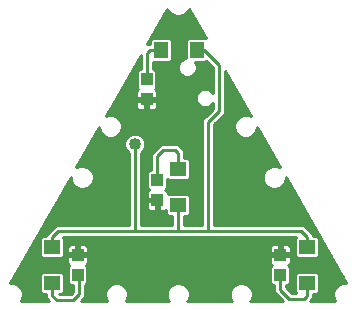
<source format=gtl>
G75*
%MOIN*%
%OFA0B0*%
%FSLAX25Y25*%
%IPPOS*%
%LPD*%
%AMOC8*
5,1,8,0,0,1.08239X$1,22.5*
%
%ADD10R,0.05512X0.04724*%
%ADD11R,0.04724X0.05512*%
%ADD12R,0.03937X0.04331*%
%ADD13C,0.01000*%
%ADD14C,0.04000*%
D10*
X0043161Y0043278D03*
X0043161Y0055089D03*
X0085161Y0069278D03*
X0085161Y0081089D03*
X0128161Y0055089D03*
X0128161Y0043278D03*
D11*
X0091317Y0120933D03*
X0079506Y0120933D03*
D12*
X0074661Y0111030D03*
X0074661Y0104337D03*
X0078161Y0077530D03*
X0078161Y0070837D03*
X0051661Y0052530D03*
X0051661Y0045837D03*
X0119161Y0045837D03*
X0119161Y0052530D03*
D13*
X0032883Y0037281D02*
X0032735Y0037133D01*
X0042133Y0037133D01*
X0041161Y0038105D01*
X0041161Y0039615D01*
X0039867Y0039615D01*
X0039105Y0040377D01*
X0039105Y0046178D01*
X0039867Y0046940D01*
X0046456Y0046940D01*
X0047217Y0046178D01*
X0047217Y0040377D01*
X0046456Y0039615D01*
X0045307Y0039615D01*
X0045490Y0039433D01*
X0049333Y0039433D01*
X0050161Y0040261D01*
X0050161Y0042371D01*
X0049154Y0042371D01*
X0048393Y0043133D01*
X0048393Y0048540D01*
X0048927Y0049074D01*
X0048772Y0049164D01*
X0048492Y0049443D01*
X0048295Y0049785D01*
X0048193Y0050167D01*
X0048193Y0052045D01*
X0051177Y0052045D01*
X0051177Y0053014D01*
X0051177Y0056195D01*
X0049495Y0056195D01*
X0049114Y0056093D01*
X0048772Y0055895D01*
X0048492Y0055616D01*
X0048295Y0055274D01*
X0048193Y0054892D01*
X0048193Y0053014D01*
X0051177Y0053014D01*
X0052145Y0053014D01*
X0052145Y0056195D01*
X0053827Y0056195D01*
X0054209Y0056093D01*
X0054551Y0055895D01*
X0054830Y0055616D01*
X0055028Y0055274D01*
X0055130Y0054892D01*
X0055130Y0053014D01*
X0052146Y0053014D01*
X0052146Y0052045D01*
X0055130Y0052045D01*
X0055130Y0050167D01*
X0055028Y0049785D01*
X0054830Y0049443D01*
X0054551Y0049164D01*
X0054396Y0049074D01*
X0054930Y0048540D01*
X0054930Y0043133D01*
X0054168Y0042371D01*
X0054161Y0042371D01*
X0054161Y0038605D01*
X0052990Y0037433D01*
X0052690Y0037133D01*
X0061587Y0037133D01*
X0061440Y0037281D01*
X0060861Y0038677D01*
X0060861Y0040189D01*
X0061440Y0041586D01*
X0062509Y0042655D01*
X0063905Y0043233D01*
X0065417Y0043233D01*
X0066814Y0042655D01*
X0067883Y0041586D01*
X0068461Y0040189D01*
X0068461Y0038677D01*
X0067883Y0037281D01*
X0067735Y0037133D01*
X0082087Y0037133D01*
X0081940Y0037281D01*
X0081361Y0038677D01*
X0081361Y0040189D01*
X0081940Y0041586D01*
X0083009Y0042655D01*
X0084405Y0043233D01*
X0085917Y0043233D01*
X0087314Y0042655D01*
X0088383Y0041586D01*
X0088961Y0040189D01*
X0088961Y0038677D01*
X0088383Y0037281D01*
X0088235Y0037133D01*
X0103087Y0037133D01*
X0102940Y0037281D01*
X0102361Y0038677D01*
X0102361Y0040189D01*
X0102940Y0041586D01*
X0104009Y0042655D01*
X0105405Y0043233D01*
X0106917Y0043233D01*
X0108314Y0042655D01*
X0109383Y0041586D01*
X0109961Y0040189D01*
X0109961Y0038677D01*
X0109383Y0037281D01*
X0109235Y0037133D01*
X0120133Y0037133D01*
X0118333Y0038933D01*
X0117161Y0040105D01*
X0117161Y0042371D01*
X0116654Y0042371D01*
X0115893Y0043133D01*
X0115893Y0048540D01*
X0116427Y0049074D01*
X0116272Y0049164D01*
X0115992Y0049443D01*
X0115795Y0049785D01*
X0115693Y0050167D01*
X0115693Y0052045D01*
X0118677Y0052045D01*
X0118677Y0053014D01*
X0118677Y0056195D01*
X0116995Y0056195D01*
X0116614Y0056093D01*
X0116272Y0055895D01*
X0115992Y0055616D01*
X0115795Y0055274D01*
X0115693Y0054892D01*
X0115693Y0053014D01*
X0118677Y0053014D01*
X0119645Y0053014D01*
X0119645Y0056195D01*
X0121327Y0056195D01*
X0121709Y0056093D01*
X0122051Y0055895D01*
X0122330Y0055616D01*
X0122528Y0055274D01*
X0122630Y0054892D01*
X0122630Y0053014D01*
X0119646Y0053014D01*
X0119646Y0052045D01*
X0122630Y0052045D01*
X0122630Y0050167D01*
X0122528Y0049785D01*
X0122330Y0049443D01*
X0122051Y0049164D01*
X0121896Y0049074D01*
X0122430Y0048540D01*
X0122430Y0043133D01*
X0121668Y0042371D01*
X0121161Y0042371D01*
X0121161Y0041761D01*
X0122990Y0039933D01*
X0124549Y0039933D01*
X0124105Y0040377D01*
X0124105Y0046178D01*
X0124867Y0046940D01*
X0131456Y0046940D01*
X0132217Y0046178D01*
X0132217Y0040377D01*
X0131456Y0039615D01*
X0130161Y0039615D01*
X0130161Y0038105D01*
X0129190Y0037133D01*
X0137587Y0037133D01*
X0137440Y0037281D01*
X0136861Y0038677D01*
X0136861Y0040189D01*
X0137440Y0041586D01*
X0138509Y0042655D01*
X0139905Y0043233D01*
X0141223Y0043233D01*
X0120961Y0078530D01*
X0120961Y0077677D01*
X0120383Y0076281D01*
X0119314Y0075212D01*
X0117917Y0074633D01*
X0116405Y0074633D01*
X0115009Y0075212D01*
X0113940Y0076281D01*
X0113361Y0077677D01*
X0113361Y0079189D01*
X0113940Y0080586D01*
X0115009Y0081655D01*
X0116405Y0082233D01*
X0117917Y0082233D01*
X0119122Y0081734D01*
X0111461Y0095079D01*
X0111461Y0094677D01*
X0110883Y0093281D01*
X0109814Y0092212D01*
X0108417Y0091633D01*
X0106905Y0091633D01*
X0105509Y0092212D01*
X0104440Y0093281D01*
X0103861Y0094677D01*
X0103861Y0096189D01*
X0104440Y0097586D01*
X0105509Y0098655D01*
X0106905Y0099233D01*
X0108417Y0099233D01*
X0109282Y0098875D01*
X0100661Y0113892D01*
X0100661Y0099605D01*
X0097161Y0096105D01*
X0097161Y0062433D01*
X0126990Y0062433D01*
X0128990Y0060433D01*
X0130161Y0059261D01*
X0130161Y0058751D01*
X0131456Y0058751D01*
X0132217Y0057989D01*
X0132217Y0052188D01*
X0131456Y0051426D01*
X0124867Y0051426D01*
X0124105Y0052188D01*
X0124105Y0057989D01*
X0124549Y0058433D01*
X0046773Y0058433D01*
X0047217Y0057989D01*
X0047217Y0052188D01*
X0046456Y0051426D01*
X0039867Y0051426D01*
X0039105Y0052188D01*
X0039105Y0057989D01*
X0039867Y0058751D01*
X0041161Y0058751D01*
X0041161Y0059261D01*
X0043161Y0061261D01*
X0044333Y0062433D01*
X0068661Y0062433D01*
X0068661Y0086483D01*
X0067694Y0087450D01*
X0067161Y0088737D01*
X0067161Y0090129D01*
X0067694Y0091416D01*
X0068679Y0092400D01*
X0069965Y0092933D01*
X0071357Y0092933D01*
X0072644Y0092400D01*
X0073628Y0091416D01*
X0074161Y0090129D01*
X0074161Y0088737D01*
X0073628Y0087450D01*
X0072661Y0086483D01*
X0072661Y0062433D01*
X0083161Y0062433D01*
X0083161Y0065615D01*
X0081867Y0065615D01*
X0081105Y0066377D01*
X0081105Y0067526D01*
X0081051Y0067471D01*
X0080709Y0067273D01*
X0080327Y0067171D01*
X0078645Y0067171D01*
X0078645Y0070352D01*
X0077677Y0070352D01*
X0077677Y0067171D01*
X0075995Y0067171D01*
X0075614Y0067273D01*
X0075272Y0067471D01*
X0074992Y0067750D01*
X0074795Y0068092D01*
X0074693Y0068474D01*
X0074693Y0070352D01*
X0077677Y0070352D01*
X0077677Y0071321D01*
X0074693Y0071321D01*
X0074693Y0073199D01*
X0074795Y0073581D01*
X0074992Y0073923D01*
X0075272Y0074202D01*
X0075427Y0074292D01*
X0074893Y0074826D01*
X0074893Y0080233D01*
X0075654Y0080995D01*
X0076161Y0080995D01*
X0076161Y0086261D01*
X0078161Y0088261D01*
X0079333Y0089433D01*
X0084990Y0089433D01*
X0085990Y0088433D01*
X0087161Y0087261D01*
X0087161Y0084751D01*
X0088456Y0084751D01*
X0089217Y0083989D01*
X0089217Y0078188D01*
X0088456Y0077426D01*
X0081867Y0077426D01*
X0081430Y0077864D01*
X0081430Y0074826D01*
X0080896Y0074292D01*
X0081051Y0074202D01*
X0081330Y0073923D01*
X0081528Y0073581D01*
X0081630Y0073199D01*
X0081630Y0072703D01*
X0081867Y0072940D01*
X0088456Y0072940D01*
X0089217Y0072178D01*
X0089217Y0066377D01*
X0088456Y0065615D01*
X0087161Y0065615D01*
X0087161Y0062433D01*
X0093161Y0062433D01*
X0093161Y0097761D01*
X0094333Y0098933D01*
X0096661Y0101261D01*
X0096661Y0103022D01*
X0095854Y0102215D01*
X0094725Y0101747D01*
X0093503Y0101747D01*
X0092374Y0102215D01*
X0091510Y0103079D01*
X0091042Y0104208D01*
X0091042Y0105430D01*
X0091510Y0106559D01*
X0092374Y0107423D01*
X0093503Y0107890D01*
X0094725Y0107890D01*
X0095854Y0107423D01*
X0096661Y0106615D01*
X0096661Y0115105D01*
X0094553Y0117213D01*
X0094217Y0116877D01*
X0090723Y0116877D01*
X0090812Y0116787D01*
X0091280Y0115658D01*
X0091280Y0114436D01*
X0090812Y0113307D01*
X0089948Y0112443D01*
X0088819Y0111976D01*
X0087597Y0111976D01*
X0086469Y0112443D01*
X0085604Y0113307D01*
X0085137Y0114436D01*
X0085137Y0115658D01*
X0085604Y0116787D01*
X0086469Y0117651D01*
X0087597Y0118119D01*
X0087655Y0118119D01*
X0087655Y0124227D01*
X0088416Y0124989D01*
X0094217Y0124989D01*
X0094391Y0124816D01*
X0088744Y0134652D01*
X0088383Y0133781D01*
X0087314Y0132712D01*
X0085917Y0132133D01*
X0084405Y0132133D01*
X0083009Y0132712D01*
X0081940Y0133781D01*
X0081606Y0134586D01*
X0074909Y0122933D01*
X0075844Y0122933D01*
X0075844Y0124227D01*
X0076605Y0124989D01*
X0082406Y0124989D01*
X0083168Y0124227D01*
X0083168Y0117639D01*
X0082406Y0116877D01*
X0076661Y0116877D01*
X0076661Y0114495D01*
X0077168Y0114495D01*
X0077930Y0113733D01*
X0077930Y0108326D01*
X0077396Y0107792D01*
X0077551Y0107702D01*
X0077830Y0107423D01*
X0078028Y0107081D01*
X0078130Y0106699D01*
X0078130Y0104821D01*
X0075146Y0104821D01*
X0075146Y0103852D01*
X0078130Y0103852D01*
X0078130Y0101974D01*
X0078028Y0101592D01*
X0077830Y0101250D01*
X0077551Y0100971D01*
X0077209Y0100773D01*
X0076827Y0100671D01*
X0075145Y0100671D01*
X0075145Y0103852D01*
X0074177Y0103852D01*
X0074177Y0100671D01*
X0072495Y0100671D01*
X0072114Y0100773D01*
X0071772Y0100971D01*
X0071492Y0101250D01*
X0071295Y0101592D01*
X0071193Y0101974D01*
X0071193Y0103852D01*
X0074177Y0103852D01*
X0074177Y0104821D01*
X0071193Y0104821D01*
X0071193Y0106699D01*
X0071295Y0107081D01*
X0071492Y0107423D01*
X0071772Y0107702D01*
X0071927Y0107792D01*
X0071393Y0108326D01*
X0071393Y0113733D01*
X0072154Y0114495D01*
X0072661Y0114495D01*
X0072661Y0119021D01*
X0061096Y0098898D01*
X0061905Y0099233D01*
X0063417Y0099233D01*
X0064814Y0098655D01*
X0065883Y0097586D01*
X0066461Y0096189D01*
X0066461Y0094677D01*
X0065883Y0093281D01*
X0064814Y0092212D01*
X0063417Y0091633D01*
X0061905Y0091633D01*
X0060509Y0092212D01*
X0059440Y0093281D01*
X0058861Y0094677D01*
X0058861Y0095009D01*
X0051241Y0081751D01*
X0052405Y0082233D01*
X0053917Y0082233D01*
X0055314Y0081655D01*
X0056383Y0080586D01*
X0056961Y0079189D01*
X0056961Y0077677D01*
X0056383Y0076281D01*
X0055314Y0075212D01*
X0053917Y0074633D01*
X0052405Y0074633D01*
X0051009Y0075212D01*
X0049940Y0076281D01*
X0049361Y0077677D01*
X0049361Y0078479D01*
X0029105Y0043233D01*
X0030417Y0043233D01*
X0031814Y0042655D01*
X0032883Y0041586D01*
X0033461Y0040189D01*
X0033461Y0038677D01*
X0032883Y0037281D01*
X0032945Y0037430D02*
X0041836Y0037430D01*
X0041161Y0038429D02*
X0033358Y0038429D01*
X0033461Y0039427D02*
X0041161Y0039427D01*
X0043161Y0038933D02*
X0044661Y0037433D01*
X0050161Y0037433D01*
X0052161Y0039433D01*
X0052161Y0045337D01*
X0051661Y0045837D01*
X0054930Y0045418D02*
X0115893Y0045418D01*
X0115893Y0044420D02*
X0054930Y0044420D01*
X0054930Y0043421D02*
X0115893Y0043421D01*
X0116603Y0042423D02*
X0108546Y0042423D01*
X0109450Y0041424D02*
X0117161Y0041424D01*
X0117161Y0040426D02*
X0109863Y0040426D01*
X0109961Y0039427D02*
X0117839Y0039427D01*
X0118837Y0038429D02*
X0109858Y0038429D01*
X0109445Y0037430D02*
X0119836Y0037430D01*
X0122161Y0037933D02*
X0119161Y0040933D01*
X0119161Y0045837D01*
X0115893Y0046417D02*
X0054930Y0046417D01*
X0054930Y0047415D02*
X0115893Y0047415D01*
X0115893Y0048414D02*
X0054930Y0048414D01*
X0054799Y0049412D02*
X0116023Y0049412D01*
X0115693Y0050411D02*
X0055130Y0050411D01*
X0055130Y0051409D02*
X0115693Y0051409D01*
X0115693Y0053406D02*
X0055130Y0053406D01*
X0055130Y0054405D02*
X0115693Y0054405D01*
X0115870Y0055403D02*
X0054953Y0055403D01*
X0052145Y0055403D02*
X0051177Y0055403D01*
X0051177Y0054405D02*
X0052145Y0054405D01*
X0052145Y0053406D02*
X0051177Y0053406D01*
X0051177Y0052408D02*
X0047217Y0052408D01*
X0047217Y0053406D02*
X0048193Y0053406D01*
X0048193Y0054405D02*
X0047217Y0054405D01*
X0047217Y0055403D02*
X0048370Y0055403D01*
X0047217Y0056402D02*
X0124105Y0056402D01*
X0124105Y0057400D02*
X0047217Y0057400D01*
X0046808Y0058399D02*
X0124515Y0058399D01*
X0126161Y0060433D02*
X0128161Y0058433D01*
X0128161Y0055089D01*
X0124105Y0055403D02*
X0122453Y0055403D01*
X0122630Y0054405D02*
X0124105Y0054405D01*
X0124105Y0053406D02*
X0122630Y0053406D01*
X0124105Y0052408D02*
X0119646Y0052408D01*
X0118677Y0052408D02*
X0052146Y0052408D01*
X0048193Y0051409D02*
X0033804Y0051409D01*
X0033230Y0050411D02*
X0048193Y0050411D01*
X0048523Y0049412D02*
X0032656Y0049412D01*
X0032082Y0048414D02*
X0048393Y0048414D01*
X0048393Y0047415D02*
X0031508Y0047415D01*
X0030934Y0046417D02*
X0039344Y0046417D01*
X0039105Y0045418D02*
X0030361Y0045418D01*
X0029787Y0044420D02*
X0039105Y0044420D01*
X0039105Y0043421D02*
X0029213Y0043421D01*
X0032046Y0042423D02*
X0039105Y0042423D01*
X0039105Y0041424D02*
X0032950Y0041424D01*
X0033363Y0040426D02*
X0039105Y0040426D01*
X0043161Y0038933D02*
X0043161Y0043278D01*
X0047217Y0043421D02*
X0048393Y0043421D01*
X0048393Y0044420D02*
X0047217Y0044420D01*
X0047217Y0045418D02*
X0048393Y0045418D01*
X0048393Y0046417D02*
X0046979Y0046417D01*
X0047217Y0042423D02*
X0049103Y0042423D01*
X0050161Y0041424D02*
X0047217Y0041424D01*
X0047217Y0040426D02*
X0050161Y0040426D01*
X0054161Y0040426D02*
X0060959Y0040426D01*
X0060861Y0039427D02*
X0054161Y0039427D01*
X0053985Y0038429D02*
X0060964Y0038429D01*
X0061378Y0037430D02*
X0052987Y0037430D01*
X0054161Y0041424D02*
X0061373Y0041424D01*
X0062277Y0042423D02*
X0054220Y0042423D01*
X0067046Y0042423D02*
X0082777Y0042423D01*
X0081873Y0041424D02*
X0067950Y0041424D01*
X0068363Y0040426D02*
X0081459Y0040426D01*
X0081361Y0039427D02*
X0068461Y0039427D01*
X0068358Y0038429D02*
X0081464Y0038429D01*
X0081878Y0037430D02*
X0067945Y0037430D01*
X0087546Y0042423D02*
X0103777Y0042423D01*
X0102873Y0041424D02*
X0088450Y0041424D01*
X0088863Y0040426D02*
X0102459Y0040426D01*
X0102361Y0039427D02*
X0088961Y0039427D01*
X0088858Y0038429D02*
X0102464Y0038429D01*
X0102878Y0037430D02*
X0088445Y0037430D01*
X0085661Y0060433D02*
X0070661Y0060433D01*
X0070661Y0089433D01*
X0067161Y0089353D02*
X0055610Y0089353D01*
X0056184Y0090351D02*
X0067253Y0090351D01*
X0067667Y0091350D02*
X0056758Y0091350D01*
X0057332Y0092348D02*
X0060372Y0092348D01*
X0059412Y0093347D02*
X0057906Y0093347D01*
X0058480Y0094345D02*
X0058999Y0094345D01*
X0061349Y0099338D02*
X0094738Y0099338D01*
X0095736Y0100336D02*
X0061923Y0100336D01*
X0062497Y0101335D02*
X0071444Y0101335D01*
X0071193Y0102333D02*
X0063070Y0102333D01*
X0063644Y0103332D02*
X0071193Y0103332D01*
X0071193Y0105329D02*
X0064792Y0105329D01*
X0065366Y0106327D02*
X0071193Y0106327D01*
X0071436Y0107326D02*
X0065940Y0107326D01*
X0066514Y0108324D02*
X0071394Y0108324D01*
X0071393Y0109323D02*
X0067087Y0109323D01*
X0067661Y0110321D02*
X0071393Y0110321D01*
X0071393Y0111320D02*
X0068235Y0111320D01*
X0068809Y0112318D02*
X0071393Y0112318D01*
X0071393Y0113317D02*
X0069383Y0113317D01*
X0069957Y0114315D02*
X0071975Y0114315D01*
X0072661Y0115314D02*
X0070531Y0115314D01*
X0071104Y0116312D02*
X0072661Y0116312D01*
X0072661Y0117311D02*
X0071678Y0117311D01*
X0072252Y0118310D02*
X0072661Y0118310D01*
X0074661Y0119933D02*
X0074661Y0111030D01*
X0077930Y0111320D02*
X0096661Y0111320D01*
X0096661Y0112318D02*
X0089647Y0112318D01*
X0090816Y0113317D02*
X0096661Y0113317D01*
X0096661Y0114315D02*
X0091230Y0114315D01*
X0091280Y0115314D02*
X0096452Y0115314D01*
X0095453Y0116312D02*
X0091009Y0116312D01*
X0087655Y0118310D02*
X0083168Y0118310D01*
X0083168Y0119308D02*
X0087655Y0119308D01*
X0087655Y0120307D02*
X0083168Y0120307D01*
X0083168Y0121305D02*
X0087655Y0121305D01*
X0087655Y0122304D02*
X0083168Y0122304D01*
X0083168Y0123302D02*
X0087655Y0123302D01*
X0087728Y0124301D02*
X0083095Y0124301D01*
X0079506Y0120933D02*
X0075661Y0120933D01*
X0074661Y0119933D01*
X0075121Y0123302D02*
X0075844Y0123302D01*
X0075917Y0124301D02*
X0075695Y0124301D01*
X0076269Y0125299D02*
X0094113Y0125299D01*
X0093540Y0126298D02*
X0076843Y0126298D01*
X0077417Y0127296D02*
X0092967Y0127296D01*
X0092394Y0128295D02*
X0077991Y0128295D01*
X0078565Y0129293D02*
X0091820Y0129293D01*
X0091247Y0130292D02*
X0079138Y0130292D01*
X0079712Y0131290D02*
X0090674Y0131290D01*
X0090101Y0132289D02*
X0086293Y0132289D01*
X0087889Y0133287D02*
X0089528Y0133287D01*
X0088954Y0134286D02*
X0088592Y0134286D01*
X0084030Y0132289D02*
X0080286Y0132289D01*
X0080860Y0133287D02*
X0082433Y0133287D01*
X0081731Y0134286D02*
X0081434Y0134286D01*
X0091317Y0120933D02*
X0093661Y0120933D01*
X0098661Y0115933D01*
X0098661Y0100433D01*
X0095161Y0096933D01*
X0095161Y0060933D01*
X0095661Y0060433D01*
X0126161Y0060433D01*
X0128028Y0061394D02*
X0130798Y0061394D01*
X0131371Y0060396D02*
X0129027Y0060396D01*
X0130025Y0059397D02*
X0131944Y0059397D01*
X0131808Y0058399D02*
X0132517Y0058399D01*
X0132217Y0057400D02*
X0133091Y0057400D01*
X0133664Y0056402D02*
X0132217Y0056402D01*
X0132217Y0055403D02*
X0134237Y0055403D01*
X0134810Y0054405D02*
X0132217Y0054405D01*
X0132217Y0053406D02*
X0135383Y0053406D01*
X0135957Y0052408D02*
X0132217Y0052408D01*
X0136530Y0051409D02*
X0122630Y0051409D01*
X0122630Y0050411D02*
X0137103Y0050411D01*
X0137676Y0049412D02*
X0122299Y0049412D01*
X0122430Y0048414D02*
X0138249Y0048414D01*
X0138823Y0047415D02*
X0122430Y0047415D01*
X0122430Y0046417D02*
X0124344Y0046417D01*
X0124105Y0045418D02*
X0122430Y0045418D01*
X0122430Y0044420D02*
X0124105Y0044420D01*
X0124105Y0043421D02*
X0122430Y0043421D01*
X0121720Y0042423D02*
X0124105Y0042423D01*
X0124105Y0041424D02*
X0121499Y0041424D01*
X0122497Y0040426D02*
X0124105Y0040426D01*
X0122161Y0037933D02*
X0127161Y0037933D01*
X0128161Y0038933D01*
X0128161Y0043278D01*
X0131979Y0046417D02*
X0139396Y0046417D01*
X0139969Y0045418D02*
X0132217Y0045418D01*
X0132217Y0044420D02*
X0140542Y0044420D01*
X0141115Y0043421D02*
X0132217Y0043421D01*
X0132217Y0042423D02*
X0138277Y0042423D01*
X0137373Y0041424D02*
X0132217Y0041424D01*
X0132217Y0040426D02*
X0136959Y0040426D01*
X0136861Y0039427D02*
X0130161Y0039427D01*
X0130161Y0038429D02*
X0136964Y0038429D01*
X0137378Y0037430D02*
X0129487Y0037430D01*
X0119645Y0053406D02*
X0118677Y0053406D01*
X0118677Y0054405D02*
X0119645Y0054405D01*
X0119645Y0055403D02*
X0118677Y0055403D01*
X0127030Y0062393D02*
X0130225Y0062393D01*
X0129652Y0063391D02*
X0097161Y0063391D01*
X0097161Y0064390D02*
X0129078Y0064390D01*
X0128505Y0065388D02*
X0097161Y0065388D01*
X0097161Y0066387D02*
X0127932Y0066387D01*
X0127359Y0067385D02*
X0097161Y0067385D01*
X0097161Y0068384D02*
X0126786Y0068384D01*
X0126212Y0069382D02*
X0097161Y0069382D01*
X0097161Y0070381D02*
X0125639Y0070381D01*
X0125066Y0071379D02*
X0097161Y0071379D01*
X0097161Y0072378D02*
X0124493Y0072378D01*
X0123920Y0073377D02*
X0097161Y0073377D01*
X0097161Y0074375D02*
X0123346Y0074375D01*
X0122773Y0075374D02*
X0119476Y0075374D01*
X0120421Y0076372D02*
X0122200Y0076372D01*
X0121627Y0077371D02*
X0120834Y0077371D01*
X0120961Y0078369D02*
X0121054Y0078369D01*
X0118761Y0082363D02*
X0097161Y0082363D01*
X0097161Y0081365D02*
X0114719Y0081365D01*
X0113849Y0080366D02*
X0097161Y0080366D01*
X0097161Y0079368D02*
X0113435Y0079368D01*
X0113361Y0078369D02*
X0097161Y0078369D01*
X0097161Y0077371D02*
X0113488Y0077371D01*
X0113902Y0076372D02*
X0097161Y0076372D01*
X0097161Y0075374D02*
X0114847Y0075374D01*
X0118188Y0083362D02*
X0097161Y0083362D01*
X0097161Y0084360D02*
X0117614Y0084360D01*
X0117041Y0085359D02*
X0097161Y0085359D01*
X0097161Y0086357D02*
X0116468Y0086357D01*
X0115895Y0087356D02*
X0097161Y0087356D01*
X0097161Y0088354D02*
X0115322Y0088354D01*
X0114748Y0089353D02*
X0097161Y0089353D01*
X0097161Y0090351D02*
X0114175Y0090351D01*
X0113602Y0091350D02*
X0097161Y0091350D01*
X0097161Y0092348D02*
X0105372Y0092348D01*
X0104412Y0093347D02*
X0097161Y0093347D01*
X0097161Y0094345D02*
X0103999Y0094345D01*
X0103861Y0095344D02*
X0097161Y0095344D01*
X0097399Y0096342D02*
X0103925Y0096342D01*
X0104338Y0097341D02*
X0098397Y0097341D01*
X0099396Y0098339D02*
X0105193Y0098339D01*
X0108443Y0100336D02*
X0100661Y0100336D01*
X0100661Y0101335D02*
X0107870Y0101335D01*
X0107297Y0102333D02*
X0100661Y0102333D01*
X0100661Y0103332D02*
X0106724Y0103332D01*
X0106150Y0104330D02*
X0100661Y0104330D01*
X0100661Y0105329D02*
X0105577Y0105329D01*
X0105004Y0106327D02*
X0100661Y0106327D01*
X0100661Y0107326D02*
X0104431Y0107326D01*
X0103858Y0108324D02*
X0100661Y0108324D01*
X0100661Y0109323D02*
X0103284Y0109323D01*
X0102711Y0110321D02*
X0100661Y0110321D01*
X0100661Y0111320D02*
X0102138Y0111320D01*
X0101565Y0112318D02*
X0100661Y0112318D01*
X0100661Y0113317D02*
X0100992Y0113317D01*
X0096661Y0110321D02*
X0077930Y0110321D01*
X0077930Y0109323D02*
X0096661Y0109323D01*
X0096661Y0108324D02*
X0077928Y0108324D01*
X0077886Y0107326D02*
X0092277Y0107326D01*
X0091414Y0106327D02*
X0078130Y0106327D01*
X0078130Y0105329D02*
X0091042Y0105329D01*
X0091042Y0104330D02*
X0075146Y0104330D01*
X0074177Y0104330D02*
X0064218Y0104330D01*
X0065129Y0098339D02*
X0093739Y0098339D01*
X0093161Y0097341D02*
X0065984Y0097341D01*
X0066398Y0096342D02*
X0093161Y0096342D01*
X0093161Y0095344D02*
X0066461Y0095344D01*
X0066324Y0094345D02*
X0093161Y0094345D01*
X0093161Y0093347D02*
X0065910Y0093347D01*
X0064950Y0092348D02*
X0068627Y0092348D01*
X0072696Y0092348D02*
X0093161Y0092348D01*
X0093161Y0091350D02*
X0073656Y0091350D01*
X0074069Y0090351D02*
X0093161Y0090351D01*
X0093161Y0089353D02*
X0085070Y0089353D01*
X0086069Y0088354D02*
X0093161Y0088354D01*
X0093161Y0087356D02*
X0087067Y0087356D01*
X0087161Y0086357D02*
X0093161Y0086357D01*
X0093161Y0085359D02*
X0087161Y0085359D01*
X0088846Y0084360D02*
X0093161Y0084360D01*
X0093161Y0083362D02*
X0089217Y0083362D01*
X0089217Y0082363D02*
X0093161Y0082363D01*
X0093161Y0081365D02*
X0089217Y0081365D01*
X0089217Y0080366D02*
X0093161Y0080366D01*
X0093161Y0079368D02*
X0089217Y0079368D01*
X0089217Y0078369D02*
X0093161Y0078369D01*
X0093161Y0077371D02*
X0081430Y0077371D01*
X0081430Y0076372D02*
X0093161Y0076372D01*
X0093161Y0075374D02*
X0081430Y0075374D01*
X0080979Y0074375D02*
X0093161Y0074375D01*
X0093161Y0073377D02*
X0081582Y0073377D01*
X0077677Y0070381D02*
X0072661Y0070381D01*
X0072661Y0071379D02*
X0074693Y0071379D01*
X0074693Y0072378D02*
X0072661Y0072378D01*
X0072661Y0073377D02*
X0074740Y0073377D01*
X0075343Y0074375D02*
X0072661Y0074375D01*
X0072661Y0075374D02*
X0074893Y0075374D01*
X0074893Y0076372D02*
X0072661Y0076372D01*
X0072661Y0077371D02*
X0074893Y0077371D01*
X0074893Y0078369D02*
X0072661Y0078369D01*
X0072661Y0079368D02*
X0074893Y0079368D01*
X0075025Y0080366D02*
X0072661Y0080366D01*
X0072661Y0081365D02*
X0076161Y0081365D01*
X0076161Y0082363D02*
X0072661Y0082363D01*
X0072661Y0083362D02*
X0076161Y0083362D01*
X0076161Y0084360D02*
X0072661Y0084360D01*
X0072661Y0085359D02*
X0076161Y0085359D01*
X0076257Y0086357D02*
X0072661Y0086357D01*
X0073534Y0087356D02*
X0077255Y0087356D01*
X0078254Y0088354D02*
X0074003Y0088354D01*
X0074161Y0089353D02*
X0079252Y0089353D01*
X0080161Y0087433D02*
X0084161Y0087433D01*
X0085161Y0086433D01*
X0085161Y0081089D01*
X0078161Y0077530D02*
X0078161Y0085433D01*
X0080161Y0087433D01*
X0068661Y0086357D02*
X0053889Y0086357D01*
X0054463Y0087356D02*
X0067789Y0087356D01*
X0067320Y0088354D02*
X0055036Y0088354D01*
X0053315Y0085359D02*
X0068661Y0085359D01*
X0068661Y0084360D02*
X0052741Y0084360D01*
X0052167Y0083362D02*
X0068661Y0083362D01*
X0068661Y0082363D02*
X0051593Y0082363D01*
X0055604Y0081365D02*
X0068661Y0081365D01*
X0068661Y0080366D02*
X0056474Y0080366D01*
X0056887Y0079368D02*
X0068661Y0079368D01*
X0068661Y0078369D02*
X0056961Y0078369D01*
X0056834Y0077371D02*
X0068661Y0077371D01*
X0068661Y0076372D02*
X0056421Y0076372D01*
X0055476Y0075374D02*
X0068661Y0075374D01*
X0068661Y0074375D02*
X0047002Y0074375D01*
X0046429Y0073377D02*
X0068661Y0073377D01*
X0068661Y0072378D02*
X0045855Y0072378D01*
X0045281Y0071379D02*
X0068661Y0071379D01*
X0068661Y0070381D02*
X0044707Y0070381D01*
X0044133Y0069382D02*
X0068661Y0069382D01*
X0068661Y0068384D02*
X0043559Y0068384D01*
X0042985Y0067385D02*
X0068661Y0067385D01*
X0068661Y0066387D02*
X0042412Y0066387D01*
X0041838Y0065388D02*
X0068661Y0065388D01*
X0068661Y0064390D02*
X0041264Y0064390D01*
X0040690Y0063391D02*
X0068661Y0063391D01*
X0070661Y0060433D02*
X0045161Y0060433D01*
X0043161Y0058433D01*
X0043161Y0055089D01*
X0039105Y0055403D02*
X0036099Y0055403D01*
X0035525Y0054405D02*
X0039105Y0054405D01*
X0039105Y0053406D02*
X0034951Y0053406D01*
X0034378Y0052408D02*
X0039105Y0052408D01*
X0039105Y0056402D02*
X0036673Y0056402D01*
X0037247Y0057400D02*
X0039105Y0057400D01*
X0039515Y0058399D02*
X0037821Y0058399D01*
X0038395Y0059397D02*
X0041297Y0059397D01*
X0042296Y0060396D02*
X0038968Y0060396D01*
X0039542Y0061394D02*
X0043294Y0061394D01*
X0044293Y0062393D02*
X0040116Y0062393D01*
X0047576Y0075374D02*
X0050847Y0075374D01*
X0049902Y0076372D02*
X0048150Y0076372D01*
X0048724Y0077371D02*
X0049488Y0077371D01*
X0049361Y0078369D02*
X0049298Y0078369D01*
X0072661Y0069382D02*
X0074693Y0069382D01*
X0074717Y0068384D02*
X0072661Y0068384D01*
X0072661Y0067385D02*
X0075420Y0067385D01*
X0077677Y0067385D02*
X0078645Y0067385D01*
X0078645Y0068384D02*
X0077677Y0068384D01*
X0077677Y0069382D02*
X0078645Y0069382D01*
X0080903Y0067385D02*
X0081105Y0067385D01*
X0081105Y0066387D02*
X0072661Y0066387D01*
X0072661Y0065388D02*
X0083161Y0065388D01*
X0083161Y0064390D02*
X0072661Y0064390D01*
X0072661Y0063391D02*
X0083161Y0063391D01*
X0085161Y0060933D02*
X0085661Y0060433D01*
X0095661Y0060433D01*
X0093161Y0063391D02*
X0087161Y0063391D01*
X0087161Y0064390D02*
X0093161Y0064390D01*
X0093161Y0065388D02*
X0087161Y0065388D01*
X0089217Y0066387D02*
X0093161Y0066387D01*
X0093161Y0067385D02*
X0089217Y0067385D01*
X0089217Y0068384D02*
X0093161Y0068384D01*
X0093161Y0069382D02*
X0089217Y0069382D01*
X0089217Y0070381D02*
X0093161Y0070381D01*
X0093161Y0071379D02*
X0089217Y0071379D01*
X0089017Y0072378D02*
X0093161Y0072378D01*
X0085161Y0069278D02*
X0085161Y0060933D01*
X0109950Y0092348D02*
X0113029Y0092348D01*
X0112456Y0093347D02*
X0110910Y0093347D01*
X0111324Y0094345D02*
X0111882Y0094345D01*
X0109016Y0099338D02*
X0100394Y0099338D01*
X0096661Y0101335D02*
X0077879Y0101335D01*
X0078130Y0102333D02*
X0092255Y0102333D01*
X0091405Y0103332D02*
X0078130Y0103332D01*
X0075145Y0103332D02*
X0074177Y0103332D01*
X0074177Y0102333D02*
X0075145Y0102333D01*
X0075145Y0101335D02*
X0074177Y0101335D01*
X0077930Y0112318D02*
X0086770Y0112318D01*
X0085601Y0113317D02*
X0077930Y0113317D01*
X0077348Y0114315D02*
X0085187Y0114315D01*
X0085137Y0115314D02*
X0076661Y0115314D01*
X0076661Y0116312D02*
X0085408Y0116312D01*
X0086128Y0117311D02*
X0082840Y0117311D01*
X0095951Y0107326D02*
X0096661Y0107326D01*
X0096661Y0102333D02*
X0095973Y0102333D01*
D14*
X0111161Y0085433D03*
X0070661Y0089433D03*
X0059161Y0086933D03*
X0074161Y0039933D03*
X0097161Y0039933D03*
M02*

</source>
